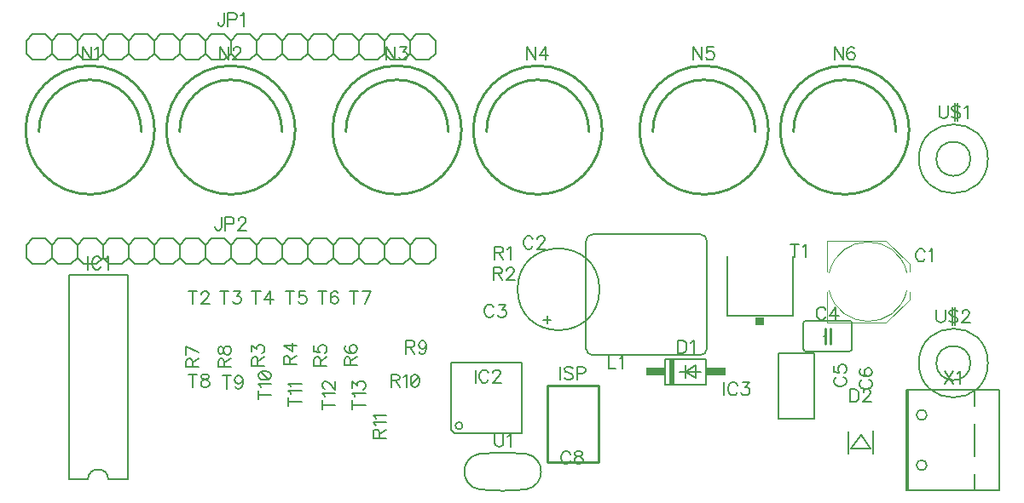
<source format=gbr>
G04 DipTrace 3.0.0.1*
G04 TopSilk.gbr*
%MOIN*%
G04 #@! TF.FileFunction,Legend,Top*
G04 #@! TF.Part,Single*
%ADD21C,0.004*%
%ADD23C,0.006*%
%ADD27C,0.01*%
%ADD31C,0.008*%
%ADD39C,0.005*%
%ADD116C,0.00772*%
%FSLAX26Y26*%
G04*
G70*
G90*
G75*
G01*
G04 TopSilk*
%LPD*%
X3623766Y1795778D2*
D21*
Y1917810D1*
X3856080D1*
X3946628Y1827255D1*
Y1795778D1*
Y1717007D2*
Y1685530D1*
X3856080Y1594975D1*
X3623766D1*
Y1717007D1*
X3633643Y1791840D2*
G02X3936751Y1791840I151554J-35413D01*
G01*
X3633643Y1720945D2*
G03X3936751Y1720945I151554J35413D01*
G01*
X2414959Y1726392D2*
D23*
G02X2414959Y1726392I160000J0D01*
G01*
X2529967Y1591384D2*
Y1621400D1*
X2544943Y1606392D2*
X2514959D1*
X3542318Y1603252D2*
X3712330D1*
Y1483252D2*
X3542318D1*
X3722324Y1593256D2*
Y1493248D1*
X3532324Y1593256D2*
Y1493248D1*
X3712330Y1603252D2*
G02X3722324Y1593256I1J-9993D01*
G01*
X3532324D2*
G02X3542318Y1603252I10005J-9D01*
G01*
X3712330Y1483252D2*
G03X3722324Y1493248I9J9985D01*
G01*
X3532324D2*
G03X3542318Y1483252I9981J-15D01*
G01*
X3642315Y1543252D2*
X3637318D1*
D27*
Y1573252D1*
Y1543252D2*
Y1513252D1*
X3617330Y1573252D2*
Y1543252D1*
Y1513252D1*
Y1543252D2*
D23*
X3612333D1*
G36*
X3027946Y1453276D2*
X3008048D1*
Y1353260D1*
X3027946D1*
Y1453276D1*
G37*
G36*
X3227954Y1418280D2*
X3152974D1*
Y1388215D1*
X3227954D1*
Y1418280D1*
G37*
G36*
X2992950D2*
X2917970D1*
Y1388215D1*
X2992950D1*
Y1418280D1*
G37*
X3152974Y1353280D2*
D23*
X2992950D1*
X3152974D2*
Y1453276D1*
X2992950D2*
X3152974D1*
X2992950D2*
Y1353280D1*
X3047984Y1403278D2*
X3072962D1*
X3112945Y1428272D2*
Y1378274D1*
X3072962Y1403278D1*
X3132983D1*
X3072962D2*
X3112945Y1428272D1*
X3072962D2*
Y1403278D1*
Y1378274D1*
X3795909Y1103547D2*
D31*
X3756543Y1157614D1*
X3717177Y1103547D1*
X3795909D1*
X3803539Y1084111D2*
D23*
Y1171405D1*
X3709547Y1084111D2*
Y1170429D1*
X659979Y1781390D2*
Y981390D1*
X889952D2*
Y1781390D1*
X659979D2*
X889952D1*
X659979Y981390D2*
X734964D1*
X889952D2*
X814968D1*
X734964D2*
G02X814968Y981390I40002J-2D01*
G01*
X2171568Y1192146D2*
G02X2171568Y1192146I14143J0D01*
G01*
X2155737Y1438118D2*
X2431683D1*
Y1162173D1*
X2169705D1*
X2155737Y1176141D2*
Y1438118D1*
Y1176141D2*
X2169705Y1162173D1*
X3433311Y1476110D2*
D31*
X3573292D1*
Y1218110D1*
X3433311D1*
Y1476110D1*
X2531210Y1050139D2*
D27*
Y1350139D1*
X2731210D1*
Y1050139D1*
X2531210D1*
X1893710Y2700140D2*
D23*
X1918670Y2725139D1*
X1968750D1*
X1993710Y2700140D1*
Y2650143D1*
X1968750Y2625145D1*
X1918670D1*
X1893710Y2650143D1*
X1718670Y2725139D2*
X1768750D1*
X1793710Y2700140D1*
Y2650143D1*
X1768750Y2625145D1*
X1793710Y2700140D2*
X1818670Y2725139D1*
X1868750D1*
X1893710Y2700140D1*
Y2650143D1*
X1868750Y2625145D1*
X1818670D1*
X1793710Y2650143D1*
X1593710Y2700140D2*
X1618670Y2725139D1*
X1668750D1*
X1693710Y2700140D1*
Y2650143D1*
X1668750Y2625145D1*
X1618670D1*
X1593710Y2650143D1*
X1718670Y2725139D2*
X1693710Y2700140D1*
Y2650143D2*
X1718670Y2625145D1*
X1768750D2*
X1718670D1*
X1418670Y2725139D2*
X1468750D1*
X1493710Y2700140D1*
Y2650143D1*
X1468750Y2625145D1*
X1493710Y2700140D2*
X1518670Y2725139D1*
X1568750D1*
X1593710Y2700140D1*
Y2650143D1*
X1568750Y2625145D1*
X1518670D1*
X1493710Y2650143D1*
X1293710Y2700140D2*
X1318670Y2725139D1*
X1368750D1*
X1393710Y2700140D1*
Y2650143D1*
X1368750Y2625145D1*
X1318670D1*
X1293710Y2650143D1*
X1418670Y2725139D2*
X1393710Y2700140D1*
Y2650143D2*
X1418670Y2625145D1*
X1468750D2*
X1418670D1*
X1118670Y2725139D2*
X1168750D1*
X1193710Y2700140D1*
Y2650143D1*
X1168750Y2625145D1*
X1193710Y2700140D2*
X1218670Y2725139D1*
X1268750D1*
X1293710Y2700140D1*
Y2650143D1*
X1268750Y2625145D1*
X1218670D1*
X1193710Y2650143D1*
X993710Y2700140D2*
X1018670Y2725139D1*
X1068750D1*
X1093710Y2700140D1*
Y2650143D1*
X1068750Y2625145D1*
X1018670D1*
X993710Y2650143D1*
X1118670Y2725139D2*
X1093710Y2700140D1*
Y2650143D2*
X1118670Y2625145D1*
X1168750D2*
X1118670D1*
X818670Y2725139D2*
X868750D1*
X893710Y2700140D1*
Y2650143D1*
X868750Y2625145D1*
X893710Y2700140D2*
X918670Y2725139D1*
X968750D1*
X993710Y2700140D1*
Y2650143D1*
X968750Y2625145D1*
X918670D1*
X893710Y2650143D1*
X693710Y2700140D2*
X718670Y2725139D1*
X768750D1*
X793710Y2700140D1*
Y2650143D1*
X768750Y2625145D1*
X718670D1*
X693710Y2650143D1*
X818670Y2725139D2*
X793710Y2700140D1*
Y2650143D2*
X818670Y2625145D1*
X868750D2*
X818670D1*
X518670Y2725139D2*
X568750D1*
X593710Y2700140D1*
Y2650143D1*
X568750Y2625145D1*
X593710Y2700140D2*
X618670Y2725139D1*
X668750D1*
X693710Y2700140D1*
Y2650143D1*
X668750Y2625145D1*
X618670D1*
X593710Y2650143D1*
X493710Y2700140D2*
Y2650143D1*
X518670Y2725139D2*
X493710Y2700140D1*
Y2650143D2*
X518670Y2625145D1*
X568750D2*
X518670D1*
X1993710Y2700140D2*
X2018670Y2725139D1*
X2068750D1*
X2093710Y2700140D1*
Y2650143D1*
X2068750Y2625145D1*
X2018670D1*
X1993710Y2650143D1*
X1893710Y1900140D2*
X1918670Y1925139D1*
X1968750D1*
X1993710Y1900140D1*
Y1850143D1*
X1968750Y1825145D1*
X1918670D1*
X1893710Y1850143D1*
X1718670Y1925139D2*
X1768750D1*
X1793710Y1900140D1*
Y1850143D1*
X1768750Y1825145D1*
X1793710Y1900140D2*
X1818670Y1925139D1*
X1868750D1*
X1893710Y1900140D1*
Y1850143D1*
X1868750Y1825145D1*
X1818670D1*
X1793710Y1850143D1*
X1593710Y1900140D2*
X1618670Y1925139D1*
X1668750D1*
X1693710Y1900140D1*
Y1850143D1*
X1668750Y1825145D1*
X1618670D1*
X1593710Y1850143D1*
X1718670Y1925139D2*
X1693710Y1900140D1*
Y1850143D2*
X1718670Y1825145D1*
X1768750D2*
X1718670D1*
X1418670Y1925139D2*
X1468750D1*
X1493710Y1900140D1*
Y1850143D1*
X1468750Y1825145D1*
X1493710Y1900140D2*
X1518670Y1925139D1*
X1568750D1*
X1593710Y1900140D1*
Y1850143D1*
X1568750Y1825145D1*
X1518670D1*
X1493710Y1850143D1*
X1293710Y1900140D2*
X1318670Y1925139D1*
X1368750D1*
X1393710Y1900140D1*
Y1850143D1*
X1368750Y1825145D1*
X1318670D1*
X1293710Y1850143D1*
X1418670Y1925139D2*
X1393710Y1900140D1*
Y1850143D2*
X1418670Y1825145D1*
X1468750D2*
X1418670D1*
X1118670Y1925139D2*
X1168750D1*
X1193710Y1900140D1*
Y1850143D1*
X1168750Y1825145D1*
X1193710Y1900140D2*
X1218670Y1925139D1*
X1268750D1*
X1293710Y1900140D1*
Y1850143D1*
X1268750Y1825145D1*
X1218670D1*
X1193710Y1850143D1*
X993710Y1900140D2*
X1018670Y1925139D1*
X1068750D1*
X1093710Y1900140D1*
Y1850143D1*
X1068750Y1825145D1*
X1018670D1*
X993710Y1850143D1*
X1118670Y1925139D2*
X1093710Y1900140D1*
Y1850143D2*
X1118670Y1825145D1*
X1168750D2*
X1118670D1*
X818670Y1925139D2*
X868750D1*
X893710Y1900140D1*
Y1850143D1*
X868750Y1825145D1*
X893710Y1900140D2*
X918670Y1925139D1*
X968750D1*
X993710Y1900140D1*
Y1850143D1*
X968750Y1825145D1*
X918670D1*
X893710Y1850143D1*
X693710Y1900140D2*
X718670Y1925139D1*
X768750D1*
X793710Y1900140D1*
Y1850143D1*
X768750Y1825145D1*
X718670D1*
X693710Y1850143D1*
X818670Y1925139D2*
X793710Y1900140D1*
Y1850143D2*
X818670Y1825145D1*
X868750D2*
X818670D1*
X518670Y1925139D2*
X568750D1*
X593710Y1900140D1*
Y1850143D1*
X568750Y1825145D1*
X593710Y1900140D2*
X618670Y1925139D1*
X668750D1*
X693710Y1900140D1*
Y1850143D1*
X668750Y1825145D1*
X618670D1*
X593710Y1850143D1*
X493710Y1900140D2*
Y1850143D1*
X518670Y1925139D2*
X493710Y1900140D1*
Y1850143D2*
X518670Y1825145D1*
X568750D2*
X518670D1*
X1993710Y1900140D2*
X2018670Y1925139D1*
X2068750D1*
X2093710Y1900140D1*
Y1850143D1*
X2068750Y1825145D1*
X2018670D1*
X1993710Y1850143D1*
X3155033Y1494034D2*
D39*
G02X3130027Y1469028I-25035J30D01*
G01*
X2707610D1*
G02X2682604Y1494034I10J25016D01*
G01*
Y1916476D1*
G02X2707610Y1941481I24945J60D01*
G01*
X3130027D1*
G02X3155033Y1916476I-19J-25026D01*
G01*
Y1494034D1*
X491765Y2350142D2*
D27*
G02X491765Y2350142I251945J0D01*
G01*
X543716Y2343893D2*
G02X943704Y2343893I199994J3151D01*
G01*
X1041765Y2350142D2*
G02X1041765Y2350142I251945J0D01*
G01*
X1093716Y2343893D2*
G02X1493704Y2343893I199994J3151D01*
G01*
X1691765Y2350142D2*
G02X1691765Y2350142I251945J0D01*
G01*
X1743716Y2343893D2*
G02X2143704Y2343893I199994J3151D01*
G01*
X2241765Y2350142D2*
G02X2241765Y2350142I251945J0D01*
G01*
X2293716Y2343893D2*
G02X2693704Y2343893I199994J3151D01*
G01*
X2891765Y2350142D2*
G02X2891765Y2350142I251945J0D01*
G01*
X2943716Y2343893D2*
G02X3343704Y2343893I199994J3151D01*
G01*
X3441765Y2350142D2*
G02X3441765Y2350142I251945J0D01*
G01*
X3493716Y2343893D2*
G02X3893704Y2343893I199994J3151D01*
G01*
G36*
X3379449Y1617406D2*
X3345475D1*
Y1587350D1*
X3379449D1*
Y1617406D1*
G37*
X3491475Y1857386D2*
D31*
Y1621411D1*
X3233449D1*
Y1857386D1*
X2266690Y1082389D2*
G03X2266690Y942381I10838J-70004D01*
G01*
X2446690D2*
G03X2446690Y1082389I-10838J70004D01*
G01*
X2266690Y942381D2*
G03X2446690Y942381I90000J808242D01*
G01*
Y1082389D2*
G03X2266690Y1082389I-90000J-805807D01*
G01*
X3983710Y2237642D2*
D23*
G02X3983710Y2237642I135000J0D01*
G01*
X4051777D2*
D31*
G02X4051777Y2237642I66933J0D01*
G01*
X3983710Y1437642D2*
D23*
G02X3983710Y1437642I135000J0D01*
G01*
X4051777D2*
D31*
G02X4051777Y1437642I66933J0D01*
G01*
X3974498Y1037384D2*
D23*
G02X3974498Y1037384I20001J0D01*
G01*
Y1234371D2*
G02X3974498Y1234371I20001J0D01*
G01*
X4296504Y939391D2*
Y1332383D1*
X3934496D2*
X3942496D1*
X3934496D2*
Y939391D1*
X4296504D2*
X4202490D1*
Y1002388D1*
Y1072380D2*
Y1199395D1*
Y1269387D2*
Y1332383D1*
Y939391D2*
X3942496D1*
X4202490Y1332383D2*
X4296504D1*
X3942496Y939391D2*
Y1332383D1*
Y939391D2*
X3934496D1*
X3942496Y1332383D2*
X4202490D1*
X4008142Y1872856D2*
D116*
X4005766Y1877609D1*
X4000957Y1882417D1*
X3996204Y1884794D1*
X3986643D1*
X3981834Y1882417D1*
X3977081Y1877609D1*
X3974649Y1872856D1*
X3972273Y1865671D1*
Y1853677D1*
X3974649Y1846547D1*
X3977081Y1841739D1*
X3981834Y1836986D1*
X3986643Y1834554D1*
X3996204D1*
X4000957Y1836986D1*
X4005766Y1841739D1*
X4008142Y1846547D1*
X4023582Y1875177D2*
X4028390Y1877609D1*
X4035575Y1884739D1*
Y1834554D1*
X2474688Y1922680D2*
X2472311Y1927433D1*
X2467503Y1932241D1*
X2462750Y1934618D1*
X2453188D1*
X2448380Y1932241D1*
X2443626Y1927433D1*
X2441194Y1922680D1*
X2438818Y1915495D1*
Y1903501D1*
X2441194Y1896372D1*
X2443626Y1891563D1*
X2448380Y1886810D1*
X2453188Y1884378D1*
X2462750D1*
X2467503Y1886810D1*
X2472311Y1891563D1*
X2474688Y1896372D1*
X2492559Y1922625D2*
Y1925001D1*
X2494936Y1929810D1*
X2497312Y1932186D1*
X2502121Y1934563D1*
X2511682D1*
X2516435Y1932186D1*
X2518812Y1929810D1*
X2521244Y1925001D1*
Y1920248D1*
X2518812Y1915440D1*
X2514059Y1908310D1*
X2490127Y1884378D1*
X2523620D1*
X2321655Y1654957D2*
X2319278Y1659710D1*
X2314470Y1664518D1*
X2309717Y1666895D1*
X2300155D1*
X2295347Y1664518D1*
X2290594Y1659710D1*
X2288162Y1654957D1*
X2285785Y1647772D1*
Y1635778D1*
X2288162Y1628648D1*
X2290594Y1623840D1*
X2295347Y1619087D1*
X2300155Y1616655D1*
X2309717D1*
X2314470Y1619087D1*
X2319278Y1623840D1*
X2321655Y1628648D1*
X2341903Y1666840D2*
X2368156D1*
X2353841Y1647716D1*
X2361026D1*
X2365779Y1645340D1*
X2368156Y1642963D1*
X2370588Y1635778D1*
Y1631025D1*
X2368156Y1623840D1*
X2363403Y1619032D1*
X2356218Y1616655D1*
X2349032D1*
X2341903Y1619032D1*
X2339526Y1621463D1*
X2337094Y1626217D1*
X3619605Y1645789D2*
X3617228Y1650542D1*
X3612419Y1655350D1*
X3607666Y1657727D1*
X3598105D1*
X3593296Y1655350D1*
X3588543Y1650542D1*
X3586111Y1645789D1*
X3583735Y1638604D1*
Y1626610D1*
X3586111Y1619481D1*
X3588543Y1614672D1*
X3593296Y1609919D1*
X3598105Y1607487D1*
X3607666D1*
X3612419Y1609919D1*
X3617228Y1614672D1*
X3619605Y1619481D1*
X3658975Y1607487D2*
Y1657672D1*
X3635044Y1624234D1*
X3670914D1*
X3662807Y1383033D2*
X3658054Y1380656D1*
X3653245Y1375848D1*
X3650869Y1371095D1*
Y1361533D1*
X3653245Y1356725D1*
X3658054Y1351972D1*
X3662807Y1349540D1*
X3669992Y1347163D1*
X3681986D1*
X3689115Y1349540D1*
X3693924Y1351972D1*
X3698677Y1356725D1*
X3701109Y1361533D1*
Y1371095D1*
X3698677Y1375848D1*
X3693924Y1380656D1*
X3689115Y1383033D1*
X3650924Y1427157D2*
Y1403281D1*
X3672424Y1400904D1*
X3670047Y1403281D1*
X3667616Y1410466D1*
Y1417596D1*
X3670047Y1424781D1*
X3674801Y1429589D1*
X3681986Y1431966D1*
X3686739D1*
X3693924Y1429589D1*
X3698732Y1424781D1*
X3701109Y1417595D1*
Y1410466D1*
X3698732Y1403281D1*
X3696300Y1400904D1*
X3691547Y1398472D1*
X3762797Y1371750D2*
X3758043Y1369374D1*
X3753235Y1364565D1*
X3750858Y1359812D1*
Y1350250D1*
X3753235Y1345442D1*
X3758043Y1340689D1*
X3762797Y1338257D1*
X3769982Y1335880D1*
X3781975D1*
X3789105Y1338257D1*
X3793913Y1340689D1*
X3798666Y1345442D1*
X3801098Y1350250D1*
Y1359812D1*
X3798666Y1364565D1*
X3793913Y1369374D1*
X3789105Y1371750D1*
X3758043Y1415874D2*
X3753290Y1413498D1*
X3750914Y1406313D1*
Y1401560D1*
X3753290Y1394375D1*
X3760475Y1389566D1*
X3772413Y1387190D1*
X3784352D1*
X3793913Y1389566D1*
X3798722Y1394375D1*
X3801098Y1401560D1*
Y1403936D1*
X3798722Y1411066D1*
X3793913Y1415874D1*
X3786728Y1418251D1*
X3784352D1*
X3777167Y1415874D1*
X3772413Y1411066D1*
X3770037Y1403936D1*
Y1401560D1*
X3772413Y1394375D1*
X3777167Y1389566D1*
X3784352Y1387190D1*
X2621126Y1081125D2*
X2618750Y1085878D1*
X2613941Y1090686D1*
X2609188Y1093063D1*
X2599626D1*
X2594818Y1090686D1*
X2590065Y1085878D1*
X2587633Y1081125D1*
X2585256Y1073940D1*
Y1061946D1*
X2587633Y1054816D1*
X2590065Y1050008D1*
X2594818Y1045255D1*
X2599626Y1042823D1*
X2609188D1*
X2613941Y1045255D1*
X2618750Y1050008D1*
X2621126Y1054816D1*
X2648504Y1093008D2*
X2641374Y1090631D1*
X2638942Y1085878D1*
Y1081069D1*
X2641374Y1076316D1*
X2646127Y1073884D1*
X2655689Y1071508D1*
X2662874Y1069131D1*
X2667627Y1064323D1*
X2670004Y1059570D1*
Y1052385D1*
X2667627Y1047631D1*
X2665250Y1045200D1*
X2658065Y1042823D1*
X2648504D1*
X2641374Y1045200D1*
X2638942Y1047631D1*
X2636565Y1052385D1*
Y1059570D1*
X2638942Y1064323D1*
X2643751Y1069131D1*
X2650880Y1071508D1*
X2660442Y1073884D1*
X2665250Y1076316D1*
X2667627Y1081069D1*
Y1085878D1*
X2665250Y1090631D1*
X2658065Y1093008D1*
X2648504D1*
X3042499Y1526499D2*
Y1476259D1*
X3059246D1*
X3066431Y1478691D1*
X3071239Y1483444D1*
X3073616Y1488252D1*
X3075992Y1495382D1*
Y1507375D1*
X3073616Y1514560D1*
X3071239Y1519314D1*
X3066431Y1524122D1*
X3059246Y1526499D1*
X3042499D1*
X3091431Y1516882D2*
X3096240Y1519314D1*
X3103425Y1526443D1*
Y1476259D1*
X3715330Y1335265D2*
Y1285025D1*
X3732077D1*
X3739262Y1287457D1*
X3744071Y1292210D1*
X3746447Y1297019D1*
X3748824Y1304148D1*
Y1316142D1*
X3746447Y1323327D1*
X3744071Y1328080D1*
X3739262Y1332888D1*
X3732077Y1335265D1*
X3715330D1*
X3766695Y1323272D2*
Y1325648D1*
X3769071Y1330457D1*
X3771448Y1332833D1*
X3776256Y1335210D1*
X3785818D1*
X3790571Y1332833D1*
X3792948Y1330457D1*
X3795380Y1325648D1*
Y1320895D1*
X3792948Y1316087D1*
X3788195Y1308957D1*
X3764263Y1285025D1*
X3797756D1*
X735595Y1854613D2*
Y1804373D1*
X786904Y1842675D2*
X784528Y1847428D1*
X779719Y1852236D1*
X774966Y1854613D1*
X765404D1*
X760596Y1852236D1*
X755843Y1847428D1*
X753411Y1842675D1*
X751034Y1835490D1*
Y1823496D1*
X753411Y1816366D1*
X755843Y1811558D1*
X760596Y1806805D1*
X765404Y1804373D1*
X774966D1*
X779719Y1806805D1*
X784528Y1811558D1*
X786904Y1816366D1*
X802343Y1844996D2*
X807152Y1847428D1*
X814337Y1854558D1*
Y1804373D1*
X2249838Y1411135D2*
Y1360895D1*
X2301148Y1399197D2*
X2298771Y1403950D1*
X2293963Y1408759D1*
X2289209Y1411135D1*
X2279648D1*
X2274839Y1408759D1*
X2270086Y1403950D1*
X2267654Y1399197D1*
X2265278Y1392012D1*
Y1380018D1*
X2267654Y1372889D1*
X2270086Y1368080D1*
X2274839Y1363327D1*
X2279648Y1360895D1*
X2289209D1*
X2293963Y1363327D1*
X2298771Y1368080D1*
X2301148Y1372889D1*
X2319019Y1399142D2*
Y1401518D1*
X2321395Y1406327D1*
X2323772Y1408703D1*
X2328580Y1411080D1*
X2338142D1*
X2342895Y1408703D1*
X2345272Y1406327D1*
X2347704Y1401518D1*
Y1396765D1*
X2345272Y1391957D1*
X2340519Y1384827D1*
X2316587Y1360895D1*
X2350080D1*
X3222303Y1361853D2*
Y1311613D1*
X3273612Y1349915D2*
X3271236Y1354668D1*
X3266427Y1359476D1*
X3261674Y1361853D1*
X3252112D1*
X3247304Y1359476D1*
X3242551Y1354668D1*
X3240119Y1349915D1*
X3237742Y1342730D1*
Y1330736D1*
X3240119Y1323606D1*
X3242551Y1318798D1*
X3247304Y1314045D1*
X3252112Y1311613D1*
X3261674D1*
X3266427Y1314045D1*
X3271236Y1318798D1*
X3273612Y1323606D1*
X3293860Y1361798D2*
X3320113D1*
X3305798Y1342674D1*
X3312983D1*
X3317736Y1340298D1*
X3320113Y1337921D1*
X3322545Y1330736D1*
Y1325983D1*
X3320113Y1318798D1*
X3315360Y1313990D1*
X3308175Y1311613D1*
X3300990D1*
X3293860Y1313990D1*
X3291483Y1316421D1*
X3289051Y1321175D1*
X2582277Y1423362D2*
Y1373122D1*
X2631210Y1416177D2*
X2626457Y1420986D1*
X2619272Y1423362D1*
X2609710D1*
X2602525Y1420986D1*
X2597717Y1416177D1*
Y1411424D1*
X2600148Y1406616D1*
X2602525Y1404239D1*
X2607278Y1401862D1*
X2621648Y1397054D1*
X2626457Y1394677D1*
X2628833Y1392245D1*
X2631210Y1387492D1*
Y1380307D1*
X2626457Y1375554D1*
X2619272Y1373122D1*
X2609710D1*
X2602525Y1375554D1*
X2597717Y1380307D1*
X2646649Y1397054D2*
X2668204D1*
X2675334Y1399430D1*
X2677766Y1401862D1*
X2680143Y1406616D1*
Y1413801D1*
X2677766Y1418554D1*
X2675334Y1420986D1*
X2668204Y1423362D1*
X2646649D1*
Y1373122D1*
X1267493Y2807913D2*
Y2769667D1*
X1265117Y2762482D1*
X1262685Y2760105D1*
X1257932Y2757673D1*
X1253123D1*
X1248370Y2760105D1*
X1245993Y2762482D1*
X1243561Y2769667D1*
Y2774420D1*
X1282932Y2781605D2*
X1304488D1*
X1311617Y2783982D1*
X1314049Y2786414D1*
X1316426Y2791167D1*
Y2798352D1*
X1314049Y2803105D1*
X1311617Y2805537D1*
X1304488Y2807913D1*
X1282932D1*
Y2757673D1*
X1331865Y2798296D2*
X1336673Y2800728D1*
X1343858Y2807858D1*
Y2757673D1*
X1256743Y2007913D2*
Y1969667D1*
X1254367Y1962482D1*
X1251935Y1960105D1*
X1247182Y1957673D1*
X1242373D1*
X1237620Y1960105D1*
X1235243Y1962482D1*
X1232812Y1969667D1*
Y1974420D1*
X1272182Y1981605D2*
X1293738D1*
X1300867Y1983982D1*
X1303299Y1986414D1*
X1305676Y1991167D1*
Y1998352D1*
X1303299Y2003105D1*
X1300867Y2005537D1*
X1293738Y2007913D1*
X1272182D1*
Y1957673D1*
X1323547Y1995920D2*
Y1998296D1*
X1325924Y2003105D1*
X1328300Y2005482D1*
X1333109Y2007858D1*
X1342670D1*
X1347423Y2005482D1*
X1349800Y2003105D1*
X1352232Y1998296D1*
Y1993543D1*
X1349800Y1988735D1*
X1345047Y1981605D1*
X1321115Y1957673D1*
X1354608D1*
X2770044Y1464762D2*
Y1414522D1*
X2798728D1*
X2814168Y1455145D2*
X2818976Y1457577D1*
X2826161Y1464707D1*
Y1414522D1*
X746740Y2675310D2*
Y2625070D1*
X713247Y2675310D1*
Y2625070D1*
X762180Y2665693D2*
X766988Y2668125D1*
X774173Y2675254D1*
Y2625070D1*
X1285990Y2675310D2*
Y2625070D1*
X1252497Y2675310D1*
Y2625070D1*
X1303861Y2663316D2*
Y2665693D1*
X1306238Y2670501D1*
X1308615Y2672878D1*
X1313423Y2675254D1*
X1322985D1*
X1327738Y2672878D1*
X1330114Y2670501D1*
X1332546Y2665693D1*
Y2660940D1*
X1330114Y2656131D1*
X1325361Y2649001D1*
X1301430Y2625070D1*
X1334923D1*
X1935990Y2675310D2*
Y2625070D1*
X1902497Y2675310D1*
Y2625070D1*
X1956238Y2675254D2*
X1982491D1*
X1968176Y2656131D1*
X1975361D1*
X1980114Y2653755D1*
X1982491Y2651378D1*
X1984923Y2644193D1*
Y2639440D1*
X1982491Y2632255D1*
X1977738Y2627446D1*
X1970553Y2625070D1*
X1963368D1*
X1956238Y2627446D1*
X1953861Y2629878D1*
X1951430Y2634631D1*
X2484802Y2675310D2*
Y2625070D1*
X2451309Y2675310D1*
Y2625070D1*
X2524173D2*
Y2675254D1*
X2500241Y2641816D1*
X2536111D1*
X3135990Y2675310D2*
Y2625070D1*
X3102497Y2675310D1*
Y2625070D1*
X3180114Y2675254D2*
X3156238D1*
X3153861Y2653755D1*
X3156238Y2656131D1*
X3163423Y2658563D1*
X3170553D1*
X3177738Y2656131D1*
X3182546Y2651378D1*
X3184923Y2644193D1*
Y2639440D1*
X3182546Y2632255D1*
X3177738Y2627446D1*
X3170553Y2625070D1*
X3163423D1*
X3156238Y2627446D1*
X3153861Y2629878D1*
X3151430Y2634631D1*
X3687206Y2675310D2*
Y2625070D1*
X3653713Y2675310D1*
Y2625070D1*
X3731330Y2668125D2*
X3728954Y2672878D1*
X3721769Y2675254D1*
X3717016D1*
X3709831Y2672878D1*
X3705022Y2665693D1*
X3702646Y2653755D1*
Y2641816D1*
X3705022Y2632255D1*
X3709831Y2627446D1*
X3717016Y2625070D1*
X3719392D1*
X3726522Y2627446D1*
X3731330Y2632255D1*
X3733707Y2639440D1*
Y2641816D1*
X3731330Y2649001D1*
X3726522Y2653755D1*
X3719392Y2656131D1*
X3717016D1*
X3709831Y2653755D1*
X3705022Y2649001D1*
X3702646Y2641816D1*
X2325736Y1869395D2*
X2347236D1*
X2354421Y1871827D1*
X2356853Y1874203D1*
X2359230Y1878957D1*
Y1883765D1*
X2356853Y1888518D1*
X2354421Y1890950D1*
X2347236Y1893327D1*
X2325736D1*
Y1843087D1*
X2342483Y1869395D2*
X2359230Y1843087D1*
X2374669Y1883710D2*
X2379477Y1886142D1*
X2386663Y1893271D1*
Y1843087D1*
X2321236Y1788148D2*
X2342736D1*
X2349921Y1790580D1*
X2352353Y1792957D1*
X2354729Y1797710D1*
Y1802518D1*
X2352353Y1807272D1*
X2349921Y1809703D1*
X2342736Y1812080D1*
X2321236D1*
Y1761840D1*
X2337983Y1788148D2*
X2354729Y1761840D1*
X2372600Y1800087D2*
Y1802463D1*
X2374977Y1807272D1*
X2377353Y1809648D1*
X2382162Y1812025D1*
X2391724D1*
X2396477Y1809648D1*
X2398853Y1807272D1*
X2401285Y1802463D1*
Y1797710D1*
X2398853Y1792902D1*
X2394100Y1785772D1*
X2370168Y1761840D1*
X2403662D1*
X1399463Y1427673D2*
Y1449173D1*
X1397031Y1456358D1*
X1394655Y1458790D1*
X1389902Y1461166D1*
X1385093D1*
X1380340Y1458790D1*
X1377908Y1456358D1*
X1375532Y1449173D1*
Y1427673D1*
X1425772D1*
X1399463Y1444420D2*
X1425772Y1461166D1*
X1375587Y1481414D2*
Y1507667D1*
X1394710Y1493352D1*
Y1500537D1*
X1397087Y1505290D1*
X1399463Y1507667D1*
X1406648Y1510099D1*
X1411401D1*
X1418587Y1507667D1*
X1423395Y1502914D1*
X1425772Y1495729D1*
Y1488544D1*
X1423395Y1481414D1*
X1420963Y1479037D1*
X1416210Y1476605D1*
X1524465Y1432738D2*
Y1454238D1*
X1522033Y1461423D1*
X1519656Y1463855D1*
X1514903Y1466231D1*
X1510095D1*
X1505341Y1463855D1*
X1502909Y1461423D1*
X1500533Y1454238D1*
Y1432738D1*
X1550773D1*
X1524465Y1449485D2*
X1550773Y1466231D1*
Y1505602D2*
X1500588D1*
X1534026Y1481670D1*
Y1517540D1*
X1643215Y1427677D2*
Y1449177D1*
X1640783Y1456362D1*
X1638407Y1458794D1*
X1633654Y1461170D1*
X1628845D1*
X1624092Y1458794D1*
X1621660Y1456362D1*
X1619284Y1449177D1*
X1619283Y1427677D1*
X1669523D1*
X1643215Y1444424D2*
X1669524Y1461170D1*
X1619339Y1505294D2*
Y1481418D1*
X1640839Y1479041D1*
X1638462Y1481418D1*
X1636030Y1488603D1*
Y1495733D1*
X1638462Y1502918D1*
X1643215Y1507726D1*
X1650400Y1510103D1*
X1655153D1*
X1662338Y1507726D1*
X1667147Y1502918D1*
X1669524Y1495733D1*
Y1488603D1*
X1667147Y1481418D1*
X1664715Y1479041D1*
X1659962Y1476609D1*
X1761965Y1428797D2*
Y1450297D1*
X1759533Y1457482D1*
X1757156Y1459914D1*
X1752403Y1462290D1*
X1747595D1*
X1742841Y1459914D1*
X1740409Y1457482D1*
X1738033Y1450297D1*
Y1428797D1*
X1788273D1*
X1761965Y1445544D2*
X1788273Y1462290D1*
X1745218Y1506414D2*
X1740465Y1504038D1*
X1738088Y1496853D1*
Y1492100D1*
X1740465Y1484915D1*
X1747650Y1480106D1*
X1759588Y1477730D1*
X1771526D1*
X1781088Y1480106D1*
X1785896Y1484915D1*
X1788273Y1492100D1*
Y1494476D1*
X1785896Y1501606D1*
X1781088Y1506414D1*
X1773903Y1508791D1*
X1771526D1*
X1764341Y1506414D1*
X1759588Y1501606D1*
X1757211Y1494476D1*
Y1492100D1*
X1759588Y1484915D1*
X1764341Y1480106D1*
X1771526Y1477730D1*
X1143215Y1421425D2*
Y1442925D1*
X1140783Y1450110D1*
X1138407Y1452542D1*
X1133654Y1454918D1*
X1128845D1*
X1124092Y1452542D1*
X1121660Y1450110D1*
X1119284Y1442925D1*
X1119283Y1421425D1*
X1169523D1*
X1143215Y1438172D2*
X1169524Y1454918D1*
Y1479919D2*
X1119339Y1503851D1*
Y1470358D1*
X1268211Y1421457D2*
Y1442956D1*
X1265779Y1450141D1*
X1263403Y1452573D1*
X1258650Y1454950D1*
X1253841D1*
X1249088Y1452573D1*
X1246656Y1450141D1*
X1244280Y1442956D1*
Y1421457D1*
X1294520D1*
X1268211Y1438203D2*
X1294520Y1454950D1*
X1244335Y1482327D2*
X1246711Y1475198D1*
X1251465Y1472766D1*
X1256273D1*
X1261026Y1475198D1*
X1263458Y1479951D1*
X1265835Y1489512D1*
X1268211Y1496697D1*
X1273020Y1501450D1*
X1277773Y1503827D1*
X1284958D1*
X1289711Y1501450D1*
X1292143Y1499074D1*
X1294520Y1491889D1*
Y1482327D1*
X1292143Y1475197D1*
X1289711Y1472766D1*
X1284958Y1470389D1*
X1277773D1*
X1273020Y1472766D1*
X1268211Y1477574D1*
X1265835Y1484704D1*
X1263458Y1494265D1*
X1261026Y1499074D1*
X1256273Y1501451D1*
X1251465D1*
X1246711Y1499074D1*
X1244335Y1491889D1*
Y1482327D1*
X1978782Y1500635D2*
X2000282D1*
X2007467Y1503067D1*
X2009899Y1505444D1*
X2012276Y1510197D1*
Y1515005D1*
X2009899Y1519758D1*
X2007467Y1522190D1*
X2000282Y1524567D1*
X1978782D1*
Y1474327D1*
X1995529Y1500635D2*
X2012276Y1474327D1*
X2058832Y1507820D2*
X2056400Y1500635D1*
X2051647Y1495827D1*
X2044462Y1493450D1*
X2042085D1*
X2034900Y1495827D1*
X2030147Y1500635D1*
X2027715Y1507820D1*
Y1510197D1*
X2030147Y1517382D1*
X2034900Y1522135D1*
X2042085Y1524512D1*
X2044462D1*
X2051647Y1522135D1*
X2056400Y1517382D1*
X2058832Y1507820D1*
Y1495827D1*
X2056400Y1483889D1*
X2051647Y1476703D1*
X2044462Y1474327D1*
X2039708D1*
X2032523Y1476703D1*
X2030147Y1481512D1*
X1920128Y1369387D2*
X1941628D1*
X1948813Y1371819D1*
X1951245Y1374196D1*
X1953622Y1378949D1*
Y1383757D1*
X1951245Y1388510D1*
X1948813Y1390942D1*
X1941628Y1393319D1*
X1920128D1*
Y1343079D1*
X1936875Y1369387D2*
X1953622Y1343079D1*
X1969061Y1383702D2*
X1973869Y1386134D1*
X1981054Y1393264D1*
Y1343079D1*
X2010864Y1393264D2*
X2003679Y1390887D1*
X1998870Y1383702D1*
X1996494Y1371764D1*
Y1364579D1*
X1998870Y1352641D1*
X2003679Y1345455D1*
X2010864Y1343079D1*
X2015617D1*
X2022802Y1345455D1*
X2027555Y1352641D1*
X2029987Y1364579D1*
Y1371764D1*
X2027555Y1383702D1*
X2022802Y1390887D1*
X2015617Y1393264D1*
X2010864D1*
X2027555Y1383702D2*
X1998870Y1352641D1*
X1874466Y1143561D2*
Y1165061D1*
X1872034Y1172246D1*
X1869657Y1174678D1*
X1864904Y1177054D1*
X1860096D1*
X1855343Y1174678D1*
X1852911Y1172246D1*
X1850534Y1165061D1*
Y1143561D1*
X1900774D1*
X1874466Y1160308D2*
X1900774Y1177054D1*
X1860151Y1192493D2*
X1857719Y1197302D1*
X1850589Y1204487D1*
X1900774D1*
X1860151Y1219926D2*
X1857719Y1224735D1*
X1850589Y1231920D1*
X1900774D1*
X3498730Y1902684D2*
Y1852444D1*
X3481983Y1902684D2*
X3515476D1*
X3530916Y1893067D2*
X3535724Y1895499D1*
X3542909Y1902628D1*
Y1852444D1*
X1144240Y1719236D2*
Y1668996D1*
X1127493Y1719236D2*
X1160986D1*
X1178858Y1707243D2*
Y1709619D1*
X1181234Y1714428D1*
X1183611Y1716804D1*
X1188419Y1719181D1*
X1197981D1*
X1202734Y1716804D1*
X1205111Y1714428D1*
X1207542Y1709619D1*
Y1704866D1*
X1205111Y1700058D1*
X1200357Y1692928D1*
X1176426Y1668996D1*
X1209919D1*
X1269240Y1719236D2*
Y1668996D1*
X1252493Y1719236D2*
X1285986D1*
X1306234Y1719181D2*
X1332487D1*
X1318172Y1700058D1*
X1325357D1*
X1330111Y1697681D1*
X1332487Y1695304D1*
X1334919Y1688119D1*
Y1683366D1*
X1332487Y1676181D1*
X1327734Y1671373D1*
X1320549Y1668996D1*
X1313364D1*
X1306234Y1671373D1*
X1303858Y1673805D1*
X1301426Y1678558D1*
X1393059Y1719232D2*
Y1668992D1*
X1376313Y1719232D2*
X1409806D1*
X1449177Y1668992D2*
Y1719177D1*
X1425245Y1685739D1*
X1461115D1*
X1525485Y1719236D2*
Y1668996D1*
X1508738Y1719236D2*
X1542232D1*
X1586356Y1719181D2*
X1562480D1*
X1560103Y1697681D1*
X1562480Y1700058D1*
X1569665Y1702490D1*
X1576794D1*
X1583979Y1700058D1*
X1588788Y1695304D1*
X1591164Y1688119D1*
Y1683366D1*
X1588788Y1676181D1*
X1583979Y1671373D1*
X1576794Y1668996D1*
X1569665D1*
X1562480Y1671373D1*
X1560103Y1673805D1*
X1557671Y1678558D1*
X1651705Y1719240D2*
Y1669000D1*
X1634958Y1719240D2*
X1668452D1*
X1712576Y1712055D2*
X1710199Y1716808D1*
X1703014Y1719185D1*
X1698261D1*
X1691076Y1716808D1*
X1686268Y1709623D1*
X1683891Y1697685D1*
Y1685747D1*
X1686268Y1676185D1*
X1691076Y1671377D1*
X1698261Y1669000D1*
X1700638D1*
X1707767Y1671377D1*
X1712576Y1676185D1*
X1714952Y1683370D1*
Y1685747D1*
X1712576Y1692932D1*
X1707767Y1697685D1*
X1700638Y1700062D1*
X1698261D1*
X1691076Y1697685D1*
X1686268Y1692932D1*
X1683891Y1685747D1*
X1775493Y1719236D2*
Y1668996D1*
X1758746Y1719236D2*
X1792240D1*
X1817241Y1668996D2*
X1841172Y1719181D1*
X1807679D1*
X1144267Y1394234D2*
Y1343994D1*
X1127521Y1394234D2*
X1161014D1*
X1188392Y1394178D2*
X1181262Y1391802D1*
X1178830Y1387049D1*
Y1382240D1*
X1181262Y1377487D1*
X1186015Y1375055D1*
X1195577Y1372678D1*
X1202762Y1370302D1*
X1207515Y1365493D1*
X1209891Y1360740D1*
Y1353555D1*
X1207515Y1348802D1*
X1205138Y1346370D1*
X1197953Y1343994D1*
X1188392D1*
X1181262Y1346370D1*
X1178830Y1348802D1*
X1176453Y1353555D1*
Y1360740D1*
X1178830Y1365493D1*
X1183638Y1370302D1*
X1190768Y1372678D1*
X1200330Y1375055D1*
X1205138Y1377487D1*
X1207515Y1382240D1*
Y1387049D1*
X1205138Y1391802D1*
X1197953Y1394178D1*
X1188392D1*
X1276673Y1387984D2*
Y1337744D1*
X1259927Y1387984D2*
X1293420D1*
X1339976Y1371238D2*
X1337544Y1364053D1*
X1332791Y1359244D1*
X1325606Y1356867D1*
X1323229D1*
X1316044Y1359244D1*
X1311291Y1364053D1*
X1308859Y1371238D1*
Y1373614D1*
X1311291Y1380799D1*
X1316044Y1385552D1*
X1323229Y1387929D1*
X1325606D1*
X1332791Y1385552D1*
X1337544Y1380799D1*
X1339976Y1371238D1*
Y1359244D1*
X1337544Y1347306D1*
X1332791Y1340121D1*
X1325606Y1337744D1*
X1320853D1*
X1313668Y1340121D1*
X1311291Y1344929D1*
X1400885Y1311951D2*
X1451125D1*
X1400885Y1295205D2*
Y1328698D1*
X1410501Y1344137D2*
X1408070Y1348946D1*
X1400940Y1356131D1*
X1451125D1*
X1400940Y1385940D2*
X1403316Y1378755D1*
X1410501Y1373946D1*
X1422440Y1371570D1*
X1429625D1*
X1441563Y1373946D1*
X1448748Y1378755D1*
X1451125Y1385940D1*
Y1390693D1*
X1448748Y1397878D1*
X1441563Y1402631D1*
X1429625Y1405063D1*
X1422440D1*
X1410501Y1402631D1*
X1403316Y1397878D1*
X1400940Y1390693D1*
Y1385940D1*
X1410501Y1402631D2*
X1441563Y1373946D1*
X1519631Y1285209D2*
X1569871D1*
X1519631Y1268462D2*
Y1301956D1*
X1529248Y1317395D2*
X1526816Y1322203D1*
X1519687Y1329388D1*
X1569871D1*
X1529248Y1344828D2*
X1526816Y1349636D1*
X1519687Y1356821D1*
X1569871D1*
X1650889Y1274459D2*
X1701129D1*
X1650888Y1257713D2*
X1650889Y1291206D1*
X1660505Y1306645D2*
X1658074Y1311454D1*
X1650944Y1318639D1*
X1701129Y1318638D1*
X1662882Y1336510D2*
X1660505D1*
X1655697Y1338886D1*
X1653320Y1341263D1*
X1650944Y1346071D1*
Y1355633D1*
X1653320Y1360386D1*
X1655697Y1362763D1*
X1660505Y1365195D1*
X1665259Y1365194D1*
X1670067Y1362763D1*
X1677197Y1358009D1*
X1701129Y1334078D1*
Y1367571D1*
X1769639Y1274459D2*
X1819879D1*
X1769639Y1257713D2*
Y1291206D1*
X1779256Y1306645D2*
X1776824Y1311454D1*
X1769694Y1318639D1*
X1819879Y1318638D1*
X1769694Y1338886D2*
Y1365139D1*
X1788818Y1350824D1*
Y1358009D1*
X1791194Y1362763D1*
X1793571Y1365139D1*
X1800756Y1367571D1*
X1805509D1*
X1812694Y1365139D1*
X1817503Y1360386D1*
X1819879Y1353201D1*
Y1346016D1*
X1817503Y1338886D1*
X1815071Y1336510D1*
X1810318Y1334078D1*
X2326227Y1160622D2*
Y1124752D1*
X2328604Y1117567D1*
X2333412Y1112814D1*
X2340597Y1110382D1*
X2345351D1*
X2352536Y1112814D1*
X2357344Y1117567D1*
X2359721Y1124752D1*
Y1160622D1*
X2375160Y1151005D2*
X2379968Y1153437D1*
X2387153Y1160567D1*
Y1110382D1*
X4063808Y2445865D2*
Y2409995D1*
X4066185Y2402810D1*
X4070993Y2398057D1*
X4078178Y2395625D1*
X4082932D1*
X4090117Y2398057D1*
X4094925Y2402810D1*
X4097302Y2409995D1*
Y2445865D1*
X4124679Y2455399D2*
Y2386036D1*
X4134241Y2455399D2*
Y2386036D1*
X4146179Y2438652D2*
X4141426Y2443405D1*
X4134241Y2445782D1*
X4124679D1*
X4117549Y2443405D1*
X4112741Y2438652D1*
Y2433844D1*
X4115117Y2429091D1*
X4117549Y2426659D1*
X4122302Y2424282D1*
X4136617Y2419529D1*
X4141426Y2417097D1*
X4143802Y2414720D1*
X4146179Y2409967D1*
Y2402782D1*
X4141426Y2397974D1*
X4134241Y2395597D1*
X4124679D1*
X4117549Y2397974D1*
X4112741Y2402782D1*
X4161618Y2436248D2*
X4166427Y2438680D1*
X4173612Y2445810D1*
Y2395625D1*
X4053058Y1645865D2*
Y1609995D1*
X4055435Y1602810D1*
X4060243Y1598057D1*
X4067428Y1595625D1*
X4072182D1*
X4079367Y1598057D1*
X4084175Y1602810D1*
X4086552Y1609995D1*
Y1645865D1*
X4113929Y1655399D2*
Y1586036D1*
X4123491Y1655399D2*
Y1586036D1*
X4135429Y1638652D2*
X4130676Y1643405D1*
X4123491Y1645782D1*
X4113929D1*
X4106799Y1643405D1*
X4101991Y1638652D1*
Y1633844D1*
X4104368Y1629091D1*
X4106799Y1626659D1*
X4111553Y1624282D1*
X4125867Y1619529D1*
X4130676Y1617097D1*
X4133052Y1614720D1*
X4135429Y1609967D1*
Y1602782D1*
X4130676Y1597974D1*
X4123491Y1595597D1*
X4113929D1*
X4106799Y1597974D1*
X4101991Y1602782D1*
X4153300Y1633871D2*
Y1636248D1*
X4155677Y1641056D1*
X4158053Y1643433D1*
X4162862Y1645810D1*
X4172423D1*
X4177177Y1643433D1*
X4179553Y1641056D1*
X4181985Y1636248D1*
Y1631495D1*
X4179553Y1626686D1*
X4174800Y1619557D1*
X4150868Y1595625D1*
X4184362D1*
X4085037Y1405606D2*
X4118530Y1355366D1*
Y1405606D2*
X4085037Y1355366D1*
X4133970Y1395989D2*
X4138778Y1398421D1*
X4145963Y1405551D1*
Y1355366D1*
M02*

</source>
